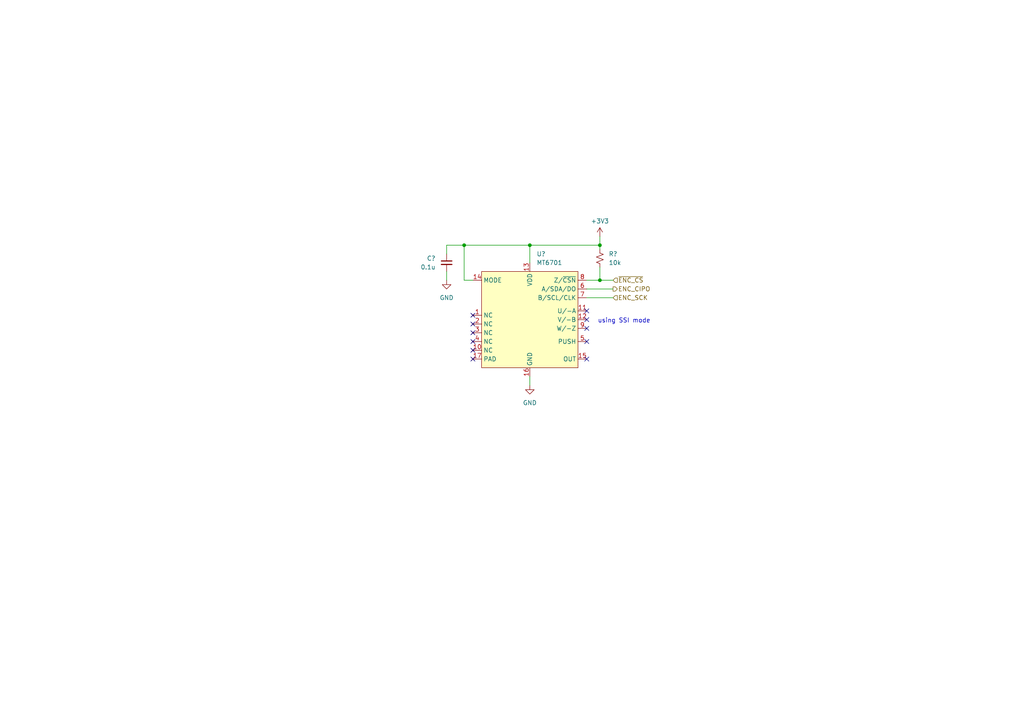
<source format=kicad_sch>
(kicad_sch (version 20230121) (generator eeschema)
  (paper "A4")
  (title_block (title "MAGNETIC ENCODER 14 BIT") (date "2023-06-17") (rev "1.0") (company "matei repair lab"))
  (lib_symbols
    (symbol "Device:C_Small" (pin_numbers hide) (pin_names (offset 0.254) hide)
      (property "Reference" "C" (at 0.254 1.778 0))
      (property "Value" "C_Small" (at 0.254 -2.032 0))
      (symbol "C_Small_0_1"
        (polyline (pts (xy -1.524 -0.508) (xy 1.524 -0.508)) (stroke (width 0.3302)))
        (polyline (pts (xy -1.524 0.508) (xy 1.524 0.508)) (stroke (width 0.3048)))
      )
      (symbol "C_Small_1_1"
        (pin passive line (at 0 2.54 270) (length 2.032) (name "~") (number "1"))
        (pin passive line (at 0 -2.54 90) (length 2.032) (name "~") (number "2"))
      )
    )
    (symbol "Device:R_Small_US" (pin_numbers hide) (pin_names (offset 0.254) hide)
      (property "Reference" "R" (at 0.762 0.508 0))
      (property "Value" "R_Small_US" (at 0.762 -1.016 0))
      (symbol "R_Small_US_1_1"
        (polyline (pts (xy 0 0) (xy 1.016 -0.381) (xy 0 -0.762) (xy -1.016 -1.143) (xy 0 -1.524)))
        (polyline (pts (xy 0 1.524) (xy 1.016 1.143) (xy 0 0.762) (xy -1.016 0.381) (xy 0 0)))
        (pin passive line (at 0 2.54 270) (length 1.016) (name "~") (number "1"))
        (pin passive line (at 0 -2.54 90) (length 1.016) (name "~") (number "2"))
      )
    )
    (symbol "matei:MT6701"
      (property "Reference" "U" (at -1.27 3.81 0))
      (property "Value" "MT6701" (at 0 1.27 0))
      (symbol "MT6701_0_0"
        (pin no_connect line (at -16.51 1.27 0) (length 2.54) (name "NC") (number "1"))
        (pin unspecified line (at 0 16.51 270) (length 2.54) (name "VDD") (number "13"))
        (pin unspecified line (at -16.51 11.43 0) (length 2.54) (name "MODE") (number "14"))
        (pin unspecified line (at 16.51 -11.43 180) (length 2.54) (name "OUT") (number "15"))
        (pin unspecified line (at 0 -16.51 90) (length 2.54) (name "GND") (number "16"))
        (pin no_connect line (at -16.51 -1.27 0) (length 2.54) (name "NC") (number "2"))
        (pin no_connect line (at -16.51 -3.81 0) (length 2.54) (name "NC") (number "3"))
        (pin no_connect line (at -16.51 -6.35 0) (length 2.54) (name "NC") (number "4"))
        (pin unspecified line (at 16.51 -6.35 180) (length 2.54) (name "PUSH") (number "5"))
        (pin unspecified line (at 16.51 8.89 180) (length 2.54) (name "A/SDA/DO") (number "6"))
        (pin unspecified line (at 16.51 6.35 180) (length 2.54) (name "B/SCL/CLK") (number "7"))
      )
      (symbol "MT6701_1_0"
        (pin no_connect line (at -16.51 -8.89 0) (length 2.54) (name "NC") (number "10"))
        (pin unspecified line (at 16.51 2.54 180) (length 2.54) (name "U/-A") (number "11"))
        (pin unspecified line (at 16.51 0 180) (length 2.54) (name "V/-B") (number "12"))
        (pin no_connect line (at -16.51 -11.43 0) (length 2.54) (name "PAD") (number "17"))
        (pin unspecified line (at 16.51 11.43 180) (length 2.54) (name "Z/~{CSN}") (number "8"))
        (pin unspecified line (at 16.51 -2.54 180) (length 2.54) (name "W/-Z") (number "9"))
      )
      (symbol "MT6701_1_1"
        (rectangle (start -13.97 13.97) (end 13.97 -13.97) (fill (type background)))
      )
    )
    (symbol "power:+3V3" (power) (pin_names (offset 0))
      (property "Value" "+3V3" (at 0 3.556 0))
      (symbol "+3V3_0_1"
        (polyline (pts (xy -0.762 1.27) (xy 0 2.54)))
        (polyline (pts (xy 0 0) (xy 0 2.54)))
        (polyline (pts (xy 0 2.54) (xy 0.762 1.27)))
      )
      (symbol "+3V3_1_1"
        (pin power_in line (at 0 0 90) (length 0) hide (name "+3V3") (number "1"))
      )
    )
    (symbol "power:GND" (power) (pin_names (offset 0))
      (property "Value" "GND" (at 0 -3.81 0))
      (symbol "GND_0_1"
        (polyline (pts (xy 0 0) (xy 0 -1.27) (xy 1.27 -1.27) (xy 0 -2.54) (xy -1.27 -1.27) (xy 0 -1.27)))
      )
      (symbol "GND_1_1"
        (pin power_in line (at 0 0 270) (length 0) hide (name "GND") (number "1"))
      )
    )
  )
  (junction (at 134.62 71.12))
  (junction (at 173.99 81.28))
  (junction (at 153.67 71.12))
  (junction (at 173.99 71.12))
  (no_connect (at 170.18 99.06))
  (no_connect (at 170.18 90.17))
  (no_connect (at 137.16 93.98))
  (no_connect (at 137.16 91.44))
  (no_connect (at 137.16 96.52))
  (no_connect (at 137.16 101.6))
  (no_connect (at 170.18 92.71))
  (no_connect (at 170.18 104.14))
  (no_connect (at 137.16 99.06))
  (no_connect (at 170.18 95.25))
  (no_connect (at 137.16 104.14))
  (wire (pts (xy 173.99 81.28) (xy 173.99 77.47)))
  (wire (pts (xy 173.99 72.39) (xy 173.99 71.12)))
  (wire (pts (xy 134.62 71.12) (xy 153.67 71.12)))
  (wire (pts (xy 173.99 68.58) (xy 173.99 71.12)))
  (wire (pts (xy 129.54 71.12) (xy 129.54 73.66)))
  (wire (pts (xy 153.67 109.22) (xy 153.67 111.76)))
  (wire (pts (xy 134.62 71.12) (xy 134.62 81.28)))
  (wire (pts (xy 173.99 71.12) (xy 153.67 71.12)))
  (wire (pts (xy 134.62 71.12) (xy 129.54 71.12)))
  (wire (pts (xy 153.67 71.12) (xy 153.67 76.2)))
  (wire (pts (xy 129.54 78.74) (xy 129.54 81.28)))
  (wire (pts (xy 170.18 83.82) (xy 177.8 83.82)))
  (wire (pts (xy 170.18 86.36) (xy 177.8 86.36)))
  (wire (pts (xy 173.99 81.28) (xy 177.8 81.28)))
  (wire (pts (xy 170.18 81.28) (xy 173.99 81.28)))
  (wire (pts (xy 134.62 81.28) (xy 137.16 81.28)))
  (text "using SSI mode" (at 173.355 93.853 0) (effects (font (size 1.27 1.27)) (justify left bottom)))
  (hierarchical_label "ENC_SCK" (shape input) (at 177.8 86.36 0))
  (hierarchical_label "~{ENC_CS}" (shape input) (at 177.8 81.28 0))
  (hierarchical_label "ENC_CIPO" (shape output) (at 177.8 83.82 0))
  (symbol (lib_id "Device:C_Small") (at 129.54 76.2 0) (unit 1)
    (property "Reference" "C?" (at 126.365 74.9363 0) (effects (justify right)))
    (property "Value" "0.1u" (at 126.365 77.4763 0) (effects (justify right)))
    (property "Footprint" "Capacitor_SMD:C_0402_1005Metric" (effects hide))
    (instances (project "stm32g431-mt6701-stspin233" (path "" (reference "C?") (unit 1)) (path "" (reference "C?") (unit 1)) (path "" (reference "C401") (unit 1))))
  )
  (symbol (lib_id "Device:R_Small_US") (at 173.99 74.93 0) (unit 1)
    (property "Reference" "R?" (at 176.53 73.66 0) (effects (justify left)))
    (property "Value" "10k" (at 176.53 76.2 0) (effects (justify left)))
    (property "Footprint" "Resistor_SMD:R_0402_1005Metric" (effects hide))
    (instances (project "stm32g431-mt6701-stspin233" (path "" (reference "R?") (unit 1)) (path "" (reference "R?") (unit 1)) (path "" (reference "R401") (unit 1))))
  )
  (symbol (lib_id "power:GND") (at 129.54 81.28 0) (unit 1)
    (property "Reference" "#PWR0103" (effects hide))
    (property "Value" "GND" (at 129.54 86.36 0))
    (instances (project "stm32g431-mt6701-stspin233" (path "" (reference "#PWR0103") (unit 1)) (path "" (reference "#PWR0204") (unit 1)) (path "" (reference "#PWR0401") (unit 1))))
  )
  (symbol (lib_id "power:+3V3") (at 173.99 68.58 0) (unit 1)
    (property "Reference" "#PWR0101" (effects hide))
    (property "Value" "+3V3" (at 173.99 64.135 0))
    (instances (project "stm32g431-mt6701-stspin233" (path "" (reference "#PWR0101") (unit 1)) (path "" (reference "#PWR0206") (unit 1)) (path "" (reference "#PWR0403") (unit 1))))
  )
  (symbol (lib_id "matei:MT6701") (at 153.67 92.71 0) (unit 1)
    (property "Reference" "U?" (at 155.6259 73.66 0) (effects (justify left)))
    (property "Value" "MT6701" (at 155.6259 76.2 0) (effects (justify left)))
    (property "Footprint" "Package_DFN_QFN:QFN-16-1EP_3x3mm_P0.5mm_EP1.7x1.7mm" (effects hide))
    (instances (project "stm32g431-mt6701-stspin233" (path "" (reference "U?") (unit 1)) (path "" (reference "U?") (unit 1)) (path "" (reference "U401") (unit 1))))
  )
  (symbol (lib_id "power:GND") (at 153.67 111.76 0) (unit 1)
    (property "Reference" "#PWR0102" (effects hide))
    (property "Value" "GND" (at 153.67 116.84 0))
    (instances (project "stm32g431-mt6701-stspin233" (path "" (reference "#PWR0102") (unit 1)) (path "" (reference "#PWR0205") (unit 1)) (path "" (reference "#PWR0402") (unit 1))))
  )
)
</source>
